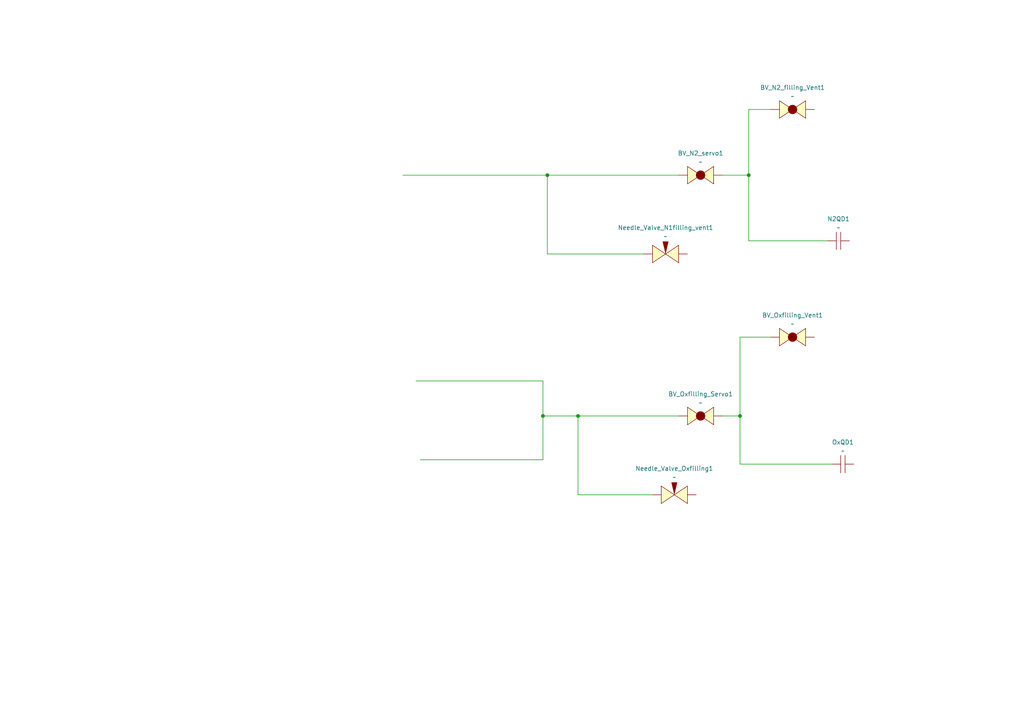
<source format=kicad_sch>
(kicad_sch (version 20250114) (generator "eeschema") (generator_version "9.0")
  (paper "A4")
  (title_block (title "Pluto GSS") (date "2025-02-25") (company "ICLR"))
  (lib_symbols
    (symbol "Ball_Valve_1"
      (property "Reference" "BV" (at 3.81 -4.318 0))
      (symbol "Ball_Valve_1_1_1"
        (polyline (pts (xy 3.81 0) (xy 0 -2.54) (xy 0 2.54) (xy 3.81 0)) (fill (type background)))
        (polyline (pts (xy 3.81 0) (xy 7.62 2.54) (xy 7.62 -2.54) (xy 3.81 0)) (fill (type background)))
        (circle (center 3.81 0) (radius 1.27) (fill (type outline)))
        (pin passive line (at -2.54 0 0) (length 2.54) (name "") (number ""))
        (pin passive line (at 10.16 0 180) (length 2.54) (name "") (number ""))
      )
    )
    (symbol "Ball_Valve_2"
      (property "Reference" "BV" (at 3.81 -4.318 0))
      (symbol "Ball_Valve_2_1_1"
        (polyline (pts (xy 3.81 0) (xy 0 -2.54) (xy 0 2.54) (xy 3.81 0)) (fill (type background)))
        (polyline (pts (xy 3.81 0) (xy 7.62 2.54) (xy 7.62 -2.54) (xy 3.81 0)) (fill (type background)))
        (circle (center 3.81 0) (radius 1.27) (fill (type outline)))
        (pin passive line (at -2.54 0 0) (length 2.54) (name "") (number ""))
        (pin passive line (at 10.16 0 180) (length 2.54) (name "") (number ""))
      )
    )
    (symbol "Ball_Valve_3"
      (property "Reference" "BV" (at 3.81 -4.318 0))
      (symbol "Ball_Valve_3_1_1"
        (polyline (pts (xy 3.81 0) (xy 0 -2.54) (xy 0 2.54) (xy 3.81 0)) (fill (type background)))
        (polyline (pts (xy 3.81 0) (xy 7.62 2.54) (xy 7.62 -2.54) (xy 3.81 0)) (fill (type background)))
        (circle (center 3.81 0) (radius 1.27) (fill (type outline)))
        (pin passive line (at -2.54 0 0) (length 2.54) (name "") (number ""))
        (pin passive line (at 10.16 0 180) (length 2.54) (name "") (number ""))
      )
    )
    (symbol "Needle_Valve_1"
      (property "Reference" "Needle_Valve" (at 3.556 -3.81 0))
      (symbol "Needle_Valve_1_1_1"
        (polyline (pts (xy 0 0) (xy 0 2.54) (xy 3.81 0) (xy 0 -2.54) (xy 0 0)) (fill (type background)))
        (polyline (pts (xy 3.048 3.556) (xy 3.81 0.254) (xy 4.572 3.556) (xy 3.048 3.556)) (fill (type outline)))
        (polyline (pts (xy 7.62 0) (xy 7.62 2.54) (xy 3.81 0) (xy 7.62 -2.54) (xy 7.62 0)) (fill (type background)))
        (pin passive line (at -2.54 0 0) (length 2.54) (name "") (number ""))
        (pin passive line (at 10.16 0 180) (length 2.54) (name "") (number ""))
      )
    )
    (symbol "PID_symbols:Ball_Valve"
      (property "Reference" "BV" (at 3.81 -4.318 0))
      (symbol "Ball_Valve_1_1"
        (polyline (pts (xy 3.81 0) (xy 0 -2.54) (xy 0 2.54) (xy 3.81 0)) (fill (type background)))
        (polyline (pts (xy 3.81 0) (xy 7.62 2.54) (xy 7.62 -2.54) (xy 3.81 0)) (fill (type background)))
        (circle (center 3.81 0) (radius 1.27) (fill (type outline)))
        (pin passive line (at -2.54 0 0) (length 2.54) (name "") (number ""))
        (pin passive line (at 10.16 0 180) (length 2.54) (name "") (number ""))
      )
    )
    (symbol "PID_symbols:Needle_Valve"
      (property "Reference" "Needle_Valve" (at 3.556 -3.81 0))
      (symbol "Needle_Valve_1_1"
        (polyline (pts (xy 0 0) (xy 0 2.54) (xy 3.81 0) (xy 0 -2.54) (xy 0 0)) (fill (type background)))
        (polyline (pts (xy 3.048 3.556) (xy 3.81 0.254) (xy 4.572 3.556) (xy 3.048 3.556)) (fill (type outline)))
        (polyline (pts (xy 7.62 0) (xy 7.62 2.54) (xy 3.81 0) (xy 7.62 -2.54) (xy 7.62 0)) (fill (type background)))
        (pin passive line (at -2.54 0 0) (length 2.54) (name "") (number ""))
        (pin passive line (at 10.16 0 180) (length 2.54) (name "") (number ""))
      )
    )
    (symbol "PID_symbols:Quick_Disconnect"
      (property "Reference" "QD" (at 0.762 -4.572 0))
      (symbol "Quick_Disconnect_0_1"
        (polyline (pts (xy 0 0) (xy 0 2.54) (xy 0 0) (xy 0 -2.54)))
        (polyline (pts (xy 1.27 2.54) (xy 1.27 -2.54)))
      )
      (symbol "Quick_Disconnect_1_1"
        (pin passive line (at -2.54 0 0) (length 2.54) (name "") (number ""))
        (pin passive line (at 3.81 0 180) (length 2.54) (name "") (number ""))
      )
    )
    (symbol "Quick_Disconnect_1"
      (property "Reference" "QD" (at 0.762 -4.572 0))
      (symbol "Quick_Disconnect_1_0_1"
        (polyline (pts (xy 0 0) (xy 0 2.54) (xy 0 0) (xy 0 -2.54)))
        (polyline (pts (xy 1.27 2.54) (xy 1.27 -2.54)))
      )
      (symbol "Quick_Disconnect_1_1_1"
        (pin passive line (at -2.54 0 0) (length 2.54) (name "") (number ""))
        (pin passive line (at 3.81 0 180) (length 2.54) (name "") (number ""))
      )
    )
  )
  (junction (at 157.48 120.65))
  (junction (at 167.64 120.65))
  (junction (at 217.17 50.8))
  (junction (at 214.63 120.65))
  (junction (at 158.75 50.8))
  (wire (pts (xy 217.17 50.8) (xy 217.17 69.85)))
  (wire (pts (xy 120.65 110.49) (xy 157.48 110.49)))
  (wire (pts (xy 158.75 50.8) (xy 158.75 73.66)))
  (wire (pts (xy 223.52 97.79) (xy 214.63 97.79)))
  (wire (pts (xy 217.17 31.75) (xy 217.17 50.8)))
  (wire (pts (xy 214.63 134.62) (xy 241.3 134.62)))
  (wire (pts (xy 209.55 50.8) (xy 217.17 50.8)))
  (wire (pts (xy 189.23 143.51) (xy 167.64 143.51)))
  (wire (pts (xy 167.64 120.65) (xy 196.85 120.65)))
  (wire (pts (xy 157.48 120.65) (xy 167.64 120.65)))
  (wire (pts (xy 214.63 120.65) (xy 214.63 134.62)))
  (wire (pts (xy 214.63 97.79) (xy 214.63 120.65)))
  (wire (pts (xy 217.17 69.85) (xy 240.03 69.85)))
  (wire (pts (xy 157.48 120.65) (xy 157.48 110.49)))
  (wire (pts (xy 209.55 120.65) (xy 214.63 120.65)))
  (wire (pts (xy 158.75 50.8) (xy 196.85 50.8)))
  (wire (pts (xy 186.69 73.66) (xy 158.75 73.66)))
  (wire (pts (xy 223.52 31.75) (xy 217.17 31.75)))
  (wire (pts (xy 116.84 50.8) (xy 158.75 50.8)))
  (wire (pts (xy 157.48 133.35) (xy 157.48 120.65)))
  (wire (pts (xy 167.64 143.51) (xy 167.64 120.65)))
  (wire (pts (xy 121.92 133.35) (xy 157.48 133.35)))
  (symbol (lib_id "PID_symbols:Ball_Valve") (at 199.39 120.65 0) (unit 1)
    (property "Reference" "BV_Oxfilling_Servo1" (at 203.2 114.3 0))
    (property "Value" "~" (at 203.2 116.84 0))
  )
  (symbol (lib_id "PID_symbols:Quick_Disconnect") (at 242.57 69.85 0) (unit 1)
    (property "Reference" "N2QD1" (at 243.205 63.5 0))
    (property "Value" "~" (at 243.205 66.04 0))
  )
  (symbol (lib_id "PID_symbols:Needle_Valve") (at 189.23 73.66 0) (unit 1)
    (property "Reference" "Needle_Valve_N1filling_vent1" (at 193.04 66.04 0))
    (property "Value" "~" (at 193.04 68.58 0))
  )
  (symbol (lib_name "Ball_Valve_3") (lib_id "PID_symbols:Ball_Valve") (at 226.06 31.75 0) (unit 1)
    (property "Reference" "BV_N2_filling_Vent1" (at 229.87 25.4 0))
    (property "Value" "~" (at 229.87 27.94 0))
  )
  (symbol (lib_name "Ball_Valve_1") (lib_id "PID_symbols:Ball_Valve") (at 226.06 97.79 0) (unit 1)
    (property "Reference" "BV_Oxfilling_Vent1" (at 229.87 91.44 0))
    (property "Value" "~" (at 229.87 93.98 0))
  )
  (symbol (lib_name "Needle_Valve_1") (lib_id "PID_symbols:Needle_Valve") (at 191.77 143.51 0) (unit 1)
    (property "Reference" "Needle_Valve_Oxfilling1" (at 195.58 135.89 0))
    (property "Value" "~" (at 195.58 138.43 0))
  )
  (symbol (lib_name "Ball_Valve_2") (lib_id "PID_symbols:Ball_Valve") (at 199.39 50.8 0) (unit 1)
    (property "Reference" "BV_N2_servo1" (at 203.2 44.45 0))
    (property "Value" "~" (at 203.2 46.99 0))
  )
  (symbol (lib_name "Quick_Disconnect_1") (lib_id "PID_symbols:Quick_Disconnect") (at 243.84 134.62 0) (unit 1)
    (property "Reference" "OxQD1" (at 244.475 128.27 0))
    (property "Value" "~" (at 244.475 130.81 0))
  )
)
</source>
